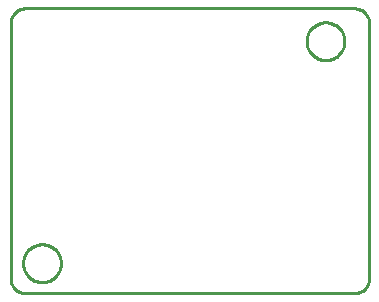
<source format=gbr>
G04 EAGLE Gerber RS-274X export*
G75*
%MOMM*%
%FSLAX34Y34*%
%LPD*%
%IN*%
%IPPOS*%
%AMOC8*
5,1,8,0,0,1.08239X$1,22.5*%
G01*
%ADD10C,0.254000*%


D10*
X0Y12700D02*
X48Y11593D01*
X193Y10495D01*
X433Y9413D01*
X766Y8356D01*
X1190Y7333D01*
X1701Y6350D01*
X2297Y5416D01*
X2971Y4537D01*
X3720Y3720D01*
X4537Y2971D01*
X5416Y2297D01*
X6350Y1701D01*
X7333Y1190D01*
X8356Y766D01*
X9413Y433D01*
X10495Y193D01*
X11593Y48D01*
X12700Y0D01*
X290830Y0D01*
X291937Y48D01*
X293035Y193D01*
X294117Y433D01*
X295174Y766D01*
X296197Y1190D01*
X297180Y1701D01*
X298114Y2297D01*
X298993Y2971D01*
X299810Y3720D01*
X300559Y4537D01*
X301233Y5416D01*
X301829Y6350D01*
X302340Y7333D01*
X302764Y8356D01*
X303097Y9413D01*
X303337Y10495D01*
X303482Y11593D01*
X303530Y12700D01*
X303530Y228600D01*
X303482Y229707D01*
X303337Y230805D01*
X303097Y231887D01*
X302764Y232944D01*
X302340Y233967D01*
X301829Y234950D01*
X301233Y235884D01*
X300559Y236763D01*
X299810Y237580D01*
X298993Y238329D01*
X298114Y239003D01*
X297180Y239599D01*
X296197Y240110D01*
X295174Y240534D01*
X294117Y240867D01*
X293035Y241107D01*
X291937Y241252D01*
X290830Y241300D01*
X12700Y241300D01*
X11593Y241252D01*
X10495Y241107D01*
X9413Y240867D01*
X8356Y240534D01*
X7333Y240110D01*
X6350Y239599D01*
X5416Y239003D01*
X4537Y238329D01*
X3720Y237580D01*
X2971Y236763D01*
X2297Y235884D01*
X1701Y234950D01*
X1190Y233967D01*
X766Y232944D01*
X433Y231887D01*
X193Y230805D01*
X48Y229707D01*
X0Y228600D01*
X0Y12700D01*
X282700Y212836D02*
X282632Y211791D01*
X282495Y210752D01*
X282290Y209725D01*
X282019Y208713D01*
X281683Y207721D01*
X281282Y206753D01*
X280818Y205814D01*
X280295Y204906D01*
X279713Y204035D01*
X279075Y203204D01*
X278384Y202417D01*
X277643Y201676D01*
X276856Y200985D01*
X276025Y200348D01*
X275154Y199766D01*
X274246Y199242D01*
X273307Y198778D01*
X272339Y198377D01*
X271347Y198041D01*
X270335Y197770D01*
X269308Y197565D01*
X268269Y197429D01*
X267224Y197360D01*
X266176Y197360D01*
X265131Y197429D01*
X264092Y197565D01*
X263065Y197770D01*
X262053Y198041D01*
X261061Y198377D01*
X260093Y198778D01*
X259154Y199242D01*
X258246Y199766D01*
X257375Y200348D01*
X256544Y200985D01*
X255757Y201676D01*
X255016Y202417D01*
X254325Y203204D01*
X253688Y204035D01*
X253106Y204906D01*
X252582Y205814D01*
X252118Y206753D01*
X251717Y207721D01*
X251381Y208713D01*
X251110Y209725D01*
X250905Y210752D01*
X250769Y211791D01*
X250700Y212836D01*
X250700Y213884D01*
X250769Y214929D01*
X250905Y215968D01*
X251110Y216995D01*
X251381Y218007D01*
X251717Y218999D01*
X252118Y219967D01*
X252582Y220906D01*
X253106Y221814D01*
X253688Y222685D01*
X254325Y223516D01*
X255016Y224303D01*
X255757Y225044D01*
X256544Y225735D01*
X257375Y226373D01*
X258246Y226955D01*
X259154Y227478D01*
X260093Y227942D01*
X261061Y228343D01*
X262053Y228679D01*
X263065Y228950D01*
X264092Y229155D01*
X265131Y229292D01*
X266176Y229360D01*
X267224Y229360D01*
X268269Y229292D01*
X269308Y229155D01*
X270335Y228950D01*
X271347Y228679D01*
X272339Y228343D01*
X273307Y227942D01*
X274246Y227478D01*
X275154Y226955D01*
X276025Y226373D01*
X276856Y225735D01*
X277643Y225044D01*
X278384Y224303D01*
X279075Y223516D01*
X279713Y222685D01*
X280295Y221814D01*
X280818Y220906D01*
X281282Y219967D01*
X281683Y218999D01*
X282019Y218007D01*
X282290Y216995D01*
X282495Y215968D01*
X282632Y214929D01*
X282700Y213884D01*
X282700Y212836D01*
X42670Y24876D02*
X42602Y23831D01*
X42465Y22792D01*
X42260Y21765D01*
X41989Y20753D01*
X41653Y19761D01*
X41252Y18793D01*
X40788Y17854D01*
X40265Y16946D01*
X39683Y16075D01*
X39045Y15244D01*
X38354Y14457D01*
X37613Y13716D01*
X36826Y13025D01*
X35995Y12388D01*
X35124Y11806D01*
X34216Y11282D01*
X33277Y10818D01*
X32309Y10417D01*
X31317Y10081D01*
X30305Y9810D01*
X29278Y9605D01*
X28239Y9469D01*
X27194Y9400D01*
X26146Y9400D01*
X25101Y9469D01*
X24062Y9605D01*
X23035Y9810D01*
X22023Y10081D01*
X21031Y10417D01*
X20063Y10818D01*
X19124Y11282D01*
X18216Y11806D01*
X17345Y12388D01*
X16514Y13025D01*
X15727Y13716D01*
X14986Y14457D01*
X14295Y15244D01*
X13658Y16075D01*
X13076Y16946D01*
X12552Y17854D01*
X12088Y18793D01*
X11687Y19761D01*
X11351Y20753D01*
X11080Y21765D01*
X10875Y22792D01*
X10739Y23831D01*
X10670Y24876D01*
X10670Y25924D01*
X10739Y26969D01*
X10875Y28008D01*
X11080Y29035D01*
X11351Y30047D01*
X11687Y31039D01*
X12088Y32007D01*
X12552Y32946D01*
X13076Y33854D01*
X13658Y34725D01*
X14295Y35556D01*
X14986Y36343D01*
X15727Y37084D01*
X16514Y37775D01*
X17345Y38413D01*
X18216Y38995D01*
X19124Y39518D01*
X20063Y39982D01*
X21031Y40383D01*
X22023Y40719D01*
X23035Y40990D01*
X24062Y41195D01*
X25101Y41332D01*
X26146Y41400D01*
X27194Y41400D01*
X28239Y41332D01*
X29278Y41195D01*
X30305Y40990D01*
X31317Y40719D01*
X32309Y40383D01*
X33277Y39982D01*
X34216Y39518D01*
X35124Y38995D01*
X35995Y38413D01*
X36826Y37775D01*
X37613Y37084D01*
X38354Y36343D01*
X39045Y35556D01*
X39683Y34725D01*
X40265Y33854D01*
X40788Y32946D01*
X41252Y32007D01*
X41653Y31039D01*
X41989Y30047D01*
X42260Y29035D01*
X42465Y28008D01*
X42602Y26969D01*
X42670Y25924D01*
X42670Y24876D01*
M02*

</source>
